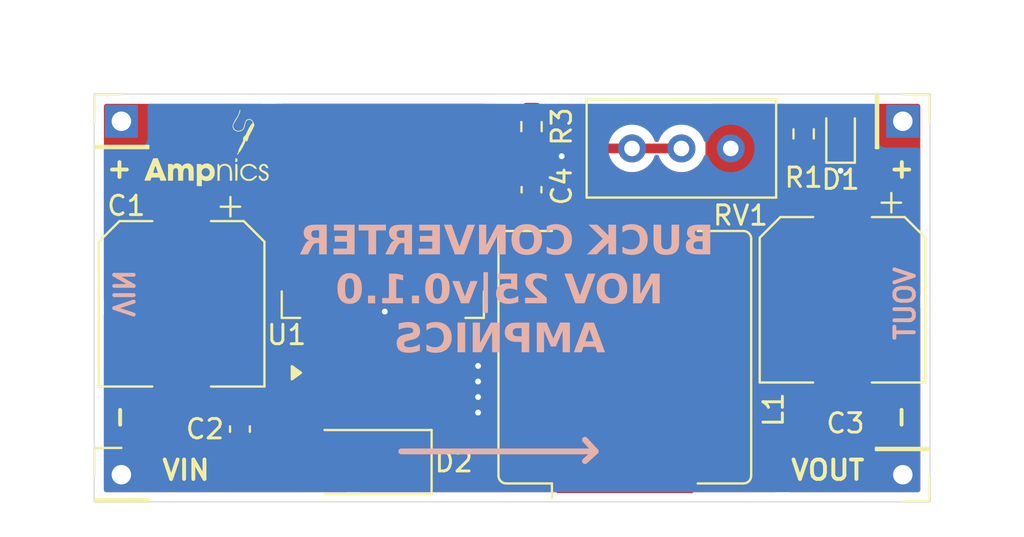
<source format=kicad_pcb>
(kicad_pcb (version 20241229) (generator "pcbnew") (generator_version "9.0")
  (layers (0 "F.Cu" signal) (2 "B.Cu" signal) (13 "F.Paste" user) (15 "B.Paste" user) (5 "F.SilkS" user "F.Silkscreen") (7 "B.SilkS" user "B.Silkscreen") (1 "F.Mask" user) (3 "B.Mask" user) (25 "Edge.Cuts" user))
  (net 0 "")
  (net 1 "Net-(D1-A)")
  (net 2 "Net-(U1-FB)")
  (net 3 "/VIN")
  (net 4 "GND")
  (net 5 "/VOUT")
  (net 6 "/SW")
  (footprint "Diode_SMD:D_SMA" (layer "F.Cu") (at 103.85 88.95 180)
    (property "Reference" "D2" (at -4.65 0 0) (layer "F.SilkS"))
    (property "Value" "SS34")
    (fp_line (start -3.51 1.65) (end 2 1.65) (stroke (width 0.12)) (layer "F.SilkS"))
    (fp_line (start -3.51 -1.65) (end 2 -1.65) (stroke (width 0.12)) (layer "F.SilkS"))
    (fp_line (start -3.51 -1.65) (end -3.51 1.65) (stroke (width 0.12)) (layer "F.SilkS"))
    (pad "1" smd roundrect (at -2 0 180) (size 2.5 1.8) (layers "F.Cu" "F.Mask" "F.Paste") (roundrect_rratio 0.1388888889) (net 6 "/SW"))
    (pad "2" smd roundrect (at 2 0 180) (size 2.5 1.8) (layers "F.Cu" "F.Mask" "F.Paste") (roundrect_rratio 0.1388888889) (net 4 "GND"))
  )
  (footprint "Capacitor_SMD:CP_Elec_8x10" (layer "F.Cu") (at 128.5 80.5925 -90)
    (property "Reference" "C3" (at 6.3575 -0.15 180) (layer "F.SilkS"))
    (property "Value" "220uF")
    (fp_line (start -3.195563 4.26) (end 4.26 4.26) (stroke (width 0.12)) (layer "F.SilkS"))
    (fp_line (start 4.26 4.26) (end 4.26 1.51) (stroke (width 0.12)) (layer "F.SilkS"))
    (fp_line (start -4.26 3.195563) (end -3.195563 4.26) (stroke (width 0.12)) (layer "F.SilkS"))
    (fp_line (start -4.26 3.195563) (end -4.26 1.51) (stroke (width 0.12)) (layer "F.SilkS"))
    (fp_line (start -5.5 -2.51) (end -4.5 -2.51) (stroke (width 0.12)) (layer "F.SilkS"))
    (fp_line (start -5 -3.01) (end -5 -2.01) (stroke (width 0.12)) (layer "F.SilkS"))
    (fp_line (start -4.26 -3.195563) (end -4.26 -1.51) (stroke (width 0.12)) (layer "F.SilkS"))
    (fp_line (start -4.26 -3.195563) (end -3.195563 -4.26) (stroke (width 0.12)) (layer "F.SilkS"))
    (fp_line (start -3.195563 -4.26) (end 4.26 -4.26) (stroke (width 0.12)) (layer "F.SilkS"))
    (fp_line (start 4.26 -4.26) (end 4.26 -1.51) (stroke (width 0.12)) (layer "F.SilkS"))
    (pad "1" smd roundrect (at -3.25 0 270) (size 3.5 2.5) (layers "F.Cu" "F.Mask" "F.Paste") (roundrect_rratio 0.1) (net 5 "/VOUT"))
    (pad "2" smd roundrect (at 3.25 0 270) (size 3.5 2.5) (layers "F.Cu" "F.Mask" "F.Paste") (roundrect_rratio 0.1) (net 4 "GND"))
  )
  (footprint "LED_SMD:LED_0603_1608Metric" (layer "F.Cu") (at 128.4 72.05 90)
    (property "Reference" "D1" (at -2.35 0 0) (layer "F.SilkS"))
    (property "Value" "LED")
    (fp_line (start 0.8 -0.735) (end -1.485 -0.735) (stroke (width 0.12)) (layer "F.SilkS"))
    (fp_line (start -1.485 -0.735) (end -1.485 0.735) (stroke (width 0.12)) (layer "F.SilkS"))
    (fp_line (start -1.485 0.735) (end 0.8 0.735) (stroke (width 0.12)) (layer "F.SilkS"))
    (pad "1" smd roundrect (at -0.7875 0 90) (size 0.875 0.95) (layers "F.Cu" "F.Mask" "F.Paste") (net 4 "GND"))
    (pad "2" smd roundrect (at 0.7875 0 90) (size 0.875 0.95) (layers "F.Cu" "F.Mask" "F.Paste") (net 1 "Net-(D1-A)"))
  )
  (footprint "Package_TO_SOT_SMD:TO-263-5_TabPin3" (layer "F.Cu") (at 104.85 76.7 90)
    (property "Reference" "U1" (at -5.7 -4.95 180) (layer "F.SilkS"))
    (property "Value" "LM2596S-ADJ")
    (fp_line (start -3.46 -5.2) (end -4.825 -5.2) (stroke (width 0.12)) (layer "F.SilkS"))
    (fp_line (start -4.825 -5.2) (end -4.825 -4.25) (stroke (width 0.12)) (layer "F.SilkS"))
    (fp_line (start -3.46 5.2) (end -4.825 5.2) (stroke (width 0.12)) (layer "F.SilkS"))
    (fp_line (start -4.825 5.2) (end -4.825 4.25) (stroke (width 0.12)) (layer "F.SilkS"))
    (fp_poly (pts (xy -7.65 -4.21) (xy -7.99 -4.68) (xy -7.31 -4.68)) (stroke (width 0.12)) (fill yes) (layer "F.SilkS"))
    (pad "1" smd roundrect (at -7.65 -3.4 90) (size 4.6 1.1) (layers "F.Cu" "F.Mask" "F.Paste") (roundrect_rratio 0.227273) (net 3 "/VIN"))
    (pad "2" smd roundrect (at -7.65 -1.7 90) (size 4.6 1.1) (layers "F.Cu" "F.Mask" "F.Paste") (roundrect_rratio 0.227273) (net 6 "/SW"))
    (pad "3" smd roundrect (at -7.65 0 90) (size 4.6 1.1) (layers "F.Cu" "F.Mask" "F.Paste") (roundrect_rratio 0.227273) (net 4 "GND"))
    (pad "3" smd roundrect (at 1.5 0 90) (size 9.4 10.8) (layers "F.Cu" "F.Mask") (roundrect_rratio 0.026596) (net 4 "GND"))
    (pad "4" smd roundrect (at -7.65 1.7 90) (size 4.6 1.1) (layers "F.Cu" "F.Mask" "F.Paste") (roundrect_rratio 0.227273) (net 2 "Net-(U1-FB)"))
    (pad "5" smd roundrect (at -7.65 3.4 90) (size 4.6 1.1) (layers "F.Cu" "F.Mask" "F.Paste") (roundrect_rratio 0.227273) (net 4 "GND"))
  )
  (footprint "Connector_PinHeader_2.54mm:PinHeader_1x01_P2.54mm_Vertical" (layer "F.Cu") (at 131.6 71.4 -90)
    (property "Reference" "J3" (hide yes))
    (property "Value" "Conn_01x01_Pin")
    (fp_line (start -1.38 1.38) (end 1.38 1.38) (stroke (width 0.12)) (layer "F.SilkS"))
    (fp_line (start -1.38 1.27) (end -1.38 1.38) (stroke (width 0.12)) (layer "F.SilkS"))
    (fp_line (start -1.38 1.27) (end 1.38 1.27) (stroke (width 0.12)) (layer "F.SilkS"))
    (fp_line (start 1.38 1.27) (end 1.38 1.38) (stroke (width 0.12)) (layer "F.SilkS"))
    (fp_line (start -1.38 0) (end -1.38 -1.38) (stroke (width 0.12)) (layer "F.SilkS"))
    (fp_line (start -1.38 -1.38) (end 0 -1.38) (stroke (width 0.12)) (layer "F.SilkS"))
    (pad "1" thru_hole rect (at 0 0 270) (size 1.7 1.7) (drill 1) (layers "*.Cu" "*.Mask") (net 5 "/VOUT"))
  )
  (footprint "Connector_PinHeader_2.54mm:PinHeader_1x01_P2.54mm_Vertical" (layer "F.Cu") (at 131.6 89.6 180)
    (property "Reference" "J4" (hide yes))
    (property "Value" "Conn_01x01_Pin")
    (fp_line (start 1.38 1.27) (end 1.38 1.38) (stroke (width 0.12)) (layer "F.SilkS"))
    (fp_line (start -1.38 1.38) (end 1.38 1.38) (stroke (width 0.12)) (layer "F.SilkS"))
    (fp_line (start -1.38 1.27) (end 1.38 1.27) (stroke (width 0.12)) (layer "F.SilkS"))
    (fp_line (start -1.38 1.27) (end -1.38 1.38) (stroke (width 0.12)) (layer "F.SilkS"))
    (fp_line (start -1.38 0) (end -1.38 -1.38) (stroke (width 0.12)) (layer "F.SilkS"))
    (fp_line (start -1.38 -1.38) (end 0 -1.38) (stroke (width 0.12)) (layer "F.SilkS"))
    (pad "1" thru_hole rect (at 0 0 180) (size 1.7 1.7) (drill 1) (layers "*.Cu" "*.Mask") (net 4 "GND"))
  )
  (footprint "Connector_PinHeader_2.54mm:PinHeader_1x01_P2.54mm_Vertical" (layer "F.Cu") (at 91.4 71.4)
    (property "Reference" "J1" (hide yes))
    (property "Value" "Conn_01x01_Pin")
    (fp_line (start -1.38 -1.38) (end 0 -1.38) (stroke (width 0.12)) (layer "F.SilkS"))
    (fp_line (start -1.38 0) (end -1.38 -1.38) (stroke (width 0.12)) (layer "F.SilkS"))
    (fp_line (start -1.38 1.27) (end -1.38 1.38) (stroke (width 0.12)) (layer "F.SilkS"))
    (fp_line (start -1.38 1.27) (end 1.38 1.27) (stroke (width 0.12)) (layer "F.SilkS"))
    (fp_line (start -1.38 1.38) (end 1.38 1.38) (stroke (width 0.12)) (layer "F.SilkS"))
    (fp_line (start 1.38 1.27) (end 1.38 1.38) (stroke (width 0.12)) (layer "F.SilkS"))
    (pad "1" thru_hole rect (at 0 0) (size 1.7 1.7) (drill 1) (layers "*.Cu" "*.Mask") (net 3 "/VIN"))
  )
  (footprint "Logos:ampnics_full_10x10mm.kicad_sym" (layer "F.Cu") (at 95.8 74.1)
    (property "Reference" "G***" (hide yes))
    (property "Value" "LOGO" (hide yes))
    (fp_poly (pts (xy 1.532762 -0.497843) (xy 1.550312 -0.488217) (xy 1.562932 -0.466392) (xy 1.571288 -0.427641) (xy 1.576044 -0.367232) (xy 1.577864 -0.280437) (xy 1.577414 -0.162526) (xy 1.575679 -0.03) (xy 1.57 0.35) (xy 1.515 0.356328) (xy 1.46 0.362656) (xy 1.46 -0.068672) (xy 1.46 -0.5) (xy 1.509618 -0.5)) (fill yes) (layer "F.SilkS"))
    (fp_poly (pts (xy 1.515 -0.796329) (xy 1.548983 -0.788858) (xy 1.565034 -0.769098) (xy 1.569781 -0.725443) (xy 1.57 -0.7) (xy 1.567823 -0.644141) (xy 1.556877 -0.616615) (xy 1.530532 -0.605817) (xy 1.515 -0.603672) (xy 1.482764 -0.60216) (xy 1.466481 -0.61365) (xy 1.460708 -0.647676) (xy 1.46 -0.7) (xy 1.461177 -0.760032) (xy 1.468337 -0.7896) (xy 1.486922 -0.798237)) (fill yes) (layer "F.SilkS"))
    (fp_poly (pts (xy 0.975212 -0.508194) (xy 1.074318 -0.480952) (xy 1.152689 -0.436601) (xy 1.21222 -0.371403) (xy 1.254803 -0.28162) (xy 1.282333 -0.163515) (xy 1.296704 -0.013351) (xy 1.3 0.132729) (xy 1.3 0.36) (xy 1.24 0.36) (xy 1.18 0.36) (xy 1.18 0.074687) (xy 1.178003 -0.063532) (xy 1.170718 -0.168195) (xy 1.1562 -0.245605) (xy 1.132508 -0.302064) (xy 1.097699 -0.343875) (xy 1.049828 -0.377343) (xy 1.038766 -0.383455) (xy 0.959238 -0.414389) (xy 0.883177 -0.414539) (xy 0.809795 -0.391204) (xy 0.757084 -0.363998) (xy 0.718092 -0.328741) (xy 0.690869 -0.279489) (xy 0.673465 -0.210296) (xy 0.663927 -0.115219) (xy 0.660305 0.011689) (xy 0.660074 0.065) (xy 0.66 0.36) (xy 0.6 0.36) (xy 0.54 0.36) (xy 0.54 -0.07) (xy 0.54 -0.5) (xy 0.59 -0.5) (xy 0.63086 -0.487111) (xy 0.644893 -0.446589) (xy 0.642368 -0.415) (xy 0.650376 -0.400092) (xy 0.676604 -0.409935) (xy 0.707222 -0.436931) (xy 0.763475 -0.475762) (xy 0.842487 -0.502283) (xy 0.927811 -0.512122)) (fill yes) (layer "F.SilkS"))
    (fp_poly (pts (xy 2.287669 -0.493976) (xy 2.396026 -0.451895) (xy 2.487856 -0.383229) (xy 2.552413 -0.295) (xy 2.569905 -0.256827) (xy 2.562965 -0.242296) (xy 2.527533 -0.24) (xy 2.469035 -0.258618) (xy 2.40673 -0.309308) (xy 2.31899 -0.374663) (xy 2.221602 -0.406555) (xy 2.12146 -0.407752) (xy 2.02546 -0.38102) (xy 1.940496 -0.329127) (xy 1.873464 -0.254841) (xy 1.831257 -0.160929) (xy 1.82 -0.0738) (xy 1.837134 0.039614) (xy 1.884205 0.133997) (xy 1.954719 0.206827) (xy 2.042178 0.255583) (xy 2.140087 0.277744) (xy 2.24195 0.270789) (xy 2.34127 0.232196) (xy 2.428741 0.162463) (xy 2.474235 0.125484) (xy 2.521554 0.10371) (xy 2.56013 0.099907) (xy 2.579394 0.116843) (xy 2.58 0.122857) (xy 2.564553 0.156542) (xy 2.524393 0.203269) (xy 2.468787 0.25498) (xy 2.407003 0.303614) (xy 2.348309 0.341115) (xy 2.31 0.35763) (xy 2.19395 0.376445) (xy 2.08166 0.371018) (xy 2.03987 0.361313) (xy 1.91214 0.304642) (xy 1.814593 0.222591) (xy 1.748811 0.117247) (xy 1.716375 -0.009302) (xy 1.713074 -0.07) (xy 1.723945 -0.183563) (xy 1.760535 -0.277272) (xy 1.828808 -0.365441) (xy 1.841597 -0.378521) (xy 1.939749 -0.451746) (xy 2.051899 -0.494798) (xy 2.170417 -0.508576)) (fill yes) (layer "F.SilkS"))
    (fp_poly (pts (xy -2.315788 -0.255688) (xy -2.260725 -0.11535) (xy -2.210019 0.014012) (xy -2.165629 0.127394) (xy -2.129511 0.219792) (xy -2.103624 0.2862) (xy -2.089925 0.321613) (xy -2.088648 0.325) (xy -2.086005 0.342456) (xy -2.098803 0.352934) (xy -2.134287 0.35817) (xy -2.199702 0.3599) (xy -2.234695 0.36) (xy -2.393669 0.36) (xy -2.417638 0.28) (xy -2.441606 0.2) (xy -2.647602 0.2) (xy -2.853598 0.2) (xy -2.88 0.28) (xy -2.906403 0.36) (xy -3.063202 0.36) (xy -3.136687 0.359269) (xy -3.191722 0.357332) (xy -3.218743 0.354566) (xy -3.22 0.353779) (xy -3.212846 0.334383) (xy -3.192584 0.282423) (xy -3.161022 0.202454) (xy -3.119963 0.099029) (xy -3.071214 -0.023297) (xy -3.059305 -0.053088) (xy -2.76 -0.053088) (xy -2.74184 -0.046144) (xy -2.694692 -0.041398) (xy -2.641621 -0.04) (xy -2.523241 -0.04) (xy -2.573691 -0.205) (xy -2.598342 -0.283293) (xy -2.62014 -0.348378) (xy -2.635452 -0.389547) (xy -2.638589 -0.396293) (xy -2.650488 -0.391304) (xy -2.669779 -0.352106) (xy -2.694381 -0.283353) (xy -2.706519 -0.244381) (xy -2.729881 -0.165213) (xy -2.748068 -0.101065) (xy -2.758499 -0.061168) (xy -2.76 -0.053088) (xy -3.059305 -0.053088) (xy -3.016579 -0.159972) (xy -2.992047 -0.221221) (xy -2.764093 -0.79) (xy -2.647047 -0.795688) (xy -2.53 -0.801375)) (fill yes) (layer "F.SilkS"))
    (fp_poly (pts (xy 0.114781 -0.511322) (xy 0.216529 -0.461065) (xy 0.303273 -0.382463) (xy 0.368032 -0.277894) (xy 0.37142 -0.27) (xy 0.393192 -0.188868) (xy 0.403066 -0.089101) (xy 0.400619 0.011729) (xy 0.385425 0.096052) (xy 0.380617 0.109911) (xy 0.323432 0.212752) (xy 0.243147 0.298073) (xy 0.179638 0.340184) (xy 0.081011 0.371955) (xy -0.030455 0.379067) (xy -0.137289 0.361427) (xy -0.185772 0.342155) (xy -0.26 0.304311) (xy -0.26 0.472155) (xy -0.26 0.64) (xy -0.39 0.64) (xy -0.52 0.64) (xy -0.52 0.07) (xy -0.52 -0.072363) (xy -0.274256 -0.072363) (xy -0.271181 -0.029262) (xy -0.239273 0.044317) (xy -0.180972 0.099886) (xy -0.106769 0.133015) (xy -0.027154 0.139272) (xy 0.047383 0.114227) (xy 0.055664 0.108785) (xy 0.117582 0.046127) (xy 0.147406 -0.026258) (xy 0.148848 -0.101417) (xy 0.125622 -0.172396) (xy 0.081441 -0.232241) (xy 0.020018 -0.273999) (xy -0.054933 -0.290717) (xy -0.139699 -0.27544) (xy -0.147798 -0.27221) (xy -0.211486 -0.225749) (xy -0.255905 -0.15467) (xy -0.274256 -0.072363) (xy -0.52 -0.072363) (xy -0.52 -0.5) (xy -0.4 -0.5) (xy -0.332913 -0.498509) (xy -0.296662 -0.492039) (xy -0.282131 -0.477598) (xy -0.28 -0.460603) (xy -0.27772 -0.437407) (xy -0.264786 -0.434827) (xy -0.232063 -0.453871) (xy -0.210676 -0.468251) (xy -0.105804 -0.517293) (xy 0.005009 -0.530858)) (fill yes) (layer "F.SilkS"))
    (fp_poly (pts (xy 3.009341 -0.493772) (xy 3.083355 -0.447405) (xy 3.135915 -0.37659) (xy 3.150741 -0.335) (xy 3.156313 -0.295973) (xy 3.139031 -0.281752) (xy 3.106552 -0.28) (xy 3.060436 -0.289122) (xy 3.032709 -0.323982) (xy 3.026462 -0.339098) (xy 2.99031 -0.391033) (xy 2.93958 -0.414093) (xy 2.884867 -0.41049) (xy 2.836765 -0.382435) (xy 2.80587 -0.332138) (xy 2.8 -0.29184) (xy 2.809251 -0.239282) (xy 2.841236 -0.198778) (xy 2.902303 -0.164552) (xy 2.965339 -0.14137) (xy 3.027951 -0.111344) (xy 3.092776 -0.066355) (xy 3.110339 -0.050976) (xy 3.154687 -0.003109) (xy 3.174977 0.042021) (xy 3.179992 0.104507) (xy 3.18 0.108354) (xy 3.166155 0.214983) (xy 3.124045 0.294098) (xy 3.052858 0.347303) (xy 2.950466 0.376767) (xy 2.851031 0.368983) (xy 2.78597 0.340809) (xy 2.723261 0.285836) (xy 2.678062 0.214414) (xy 2.660021 0.141946) (xy 2.66 0.139664) (xy 2.667958 0.109076) (xy 2.699251 0.102428) (xy 2.712508 0.103671) (xy 2.754127 0.119506) (xy 2.781098 0.161534) (xy 2.787508 0.17957) (xy 2.824428 0.239925) (xy 2.880368 0.272653) (xy 2.944821 0.277116) (xy 3.007281 0.252672) (xy 3.057241 0.198682) (xy 3.05872 0.196097) (xy 3.079939 0.138903) (xy 3.072522 0.08787) (xy 3.033653 0.038895) (xy 2.960519 -0.012125) (xy 2.889942 -0.05) (xy 2.793885 -0.102761) (xy 2.731124 -0.150924) (xy 2.696524 -0.200996) (xy 2.684953 -0.259482) (xy 2.687521 -0.306553) (xy 2.71424 -0.393521) (xy 2.772751 -0.458426) (xy 2.836053 -0.493469) (xy 2.923648 -0.510768)) (fill yes) (layer "F.SilkS"))
    (fp_poly (pts (xy -1.441802 -0.518567) (xy -1.354942 -0.47095) (xy -1.33023 -0.448896) (xy -1.265042 -0.383709) (xy -1.227521 -0.432898) (xy -1.170521 -0.480508) (xy -1.089685 -0.515195) (xy -1.000403 -0.531877) (xy -0.935691 -0.529272) (xy -0.84523 -0.495732) (xy -0.765423 -0.433213) (xy -0.70991 -0.352625) (xy -0.707281 -0.346577) (xy -0.695147 -0.299951) (xy -0.686733 -0.224988) (xy -0.681777 -0.117947) (xy -0.680012 0.024917) (xy -0.68 0.039357) (xy -0.68 0.36) (xy -0.81 0.36) (xy -0.94 0.36) (xy -0.94 0.088685) (xy -0.941552 -0.018959) (xy -0.945838 -0.111774) (xy -0.952302 -0.181656) (xy -0.960391 -0.220501) (xy -0.961308 -0.222443) (xy -1.006329 -0.267989) (xy -1.070575 -0.284505) (xy -1.124454 -0.275451) (xy -1.159941 -0.254557) (xy -1.185957 -0.216817) (xy -1.203711 -0.157159) (xy -1.214413 -0.070508) (xy -1.219271 0.048208) (xy -1.219889 0.125) (xy -1.22 0.36) (xy -1.35 0.36) (xy -1.48 0.36) (xy -1.48 0.071428) (xy -1.480754 -0.046807) (xy -1.483429 -0.131375) (xy -1.488645 -0.188585) (xy -1.497022 -0.224749) (xy -1.509179 -0.246176) (xy -1.511429 -0.248572) (xy -1.569355 -0.281369) (xy -1.634759 -0.280903) (xy -1.694197 -0.248001) (xy -1.705 -0.236652) (xy -1.71933 -0.214307) (xy -1.729221 -0.182056) (xy -1.735442 -0.132902) (xy -1.738761 -0.059849) (xy -1.739946 0.044099) (xy -1.74 0.082215) (xy -1.74 0.36) (xy -1.87 0.36) (xy -2 0.36) (xy -2 -0.07) (xy -2 -0.5) (xy -1.88 -0.5) (xy -1.812873 -0.498489) (xy -1.776599 -0.491983) (xy -1.762084 -0.477523) (xy -1.76 -0.460955) (xy -1.757552 -0.43713) (xy -1.744413 -0.438527) (xy -1.711889 -0.466502) (xy -1.70935 -0.468852) (xy -1.628988 -0.518043) (xy -1.536478 -0.53444)) (fill yes) (layer "F.SilkS"))
    (fp_poly (pts (xy 1.719931 -3.267034) (xy 1.72 -3.261782) (xy 1.708364 -3.186063) (xy 1.676029 -3.087926) (xy 1.626853 -2.976529) (xy 1.564694 -2.86103) (xy 1.522682 -2.793434) (xy 1.456171 -2.689704) (xy 1.410095 -2.610415) (xy 1.381021 -2.547908) (xy 1.365519 -2.494522) (xy 1.360159 -2.442598) (xy 1.36 -2.430233) (xy 1.3784 -2.353896) (xy 1.427524 -2.287466) (xy 1.498256 -2.237268) (xy 1.581481 -2.209623) (xy 1.668083 -2.210856) (xy 1.67425 -2.212238) (xy 1.766681 -2.243823) (xy 1.833168 -2.291798) (xy 1.880016 -2.363375) (xy 1.913529 -2.465763) (xy 1.9197 -2.492959) (xy 1.952075 -2.618016) (xy 1.988769 -2.70752) (xy 2.031856 -2.765855) (xy 2.058095 -2.785694) (xy 2.145319 -2.817485) (xy 2.229733 -2.811869) (xy 2.30616 -2.77137) (xy 2.369424 -2.698511) (xy 2.408325 -2.61498) (xy 2.446651 -2.501531) (xy 2.391462 -2.371678) (xy 2.35537 -2.293389) (xy 2.307179 -2.197676) (xy 2.255458 -2.101361) (xy 2.238137 -2.070672) (xy 2.195719 -1.991678) (xy 2.162526 -1.920315) (xy 2.14313 -1.866924) (xy 2.14 -1.848767) (xy 2.131035 -1.800556) (xy 2.109371 -1.738558) (xy 2.082854 -1.683307) (xy 2.069169 -1.66338) (xy 2.049577 -1.666549) (xy 2.019299 -1.680375) (xy 1.990781 -1.691642) (xy 1.986768 -1.685229) (xy 1.982786 -1.660504) (xy 1.962622 -1.608939) (xy 1.930234 -1.538101) (xy 1.889577 -1.455558) (xy 1.84461 -1.368875) (xy 1.79929 -1.285619) (xy 1.757574 -1.213357) (xy 1.723419 -1.159655) (xy 1.700783 -1.13208) (xy 1.696387 -1.13) (xy 1.672089 -1.113387) (xy 1.644238 -1.072047) (xy 1.637082 -1.057468) (xy 1.607011 -1.001607) (xy 1.581251 -0.971916) (xy 1.5643 -0.972111) (xy 1.560074 -0.99382) (xy 1.570185 -1.034552) (xy 1.594843 -1.086694) (xy 1.598987 -1.093696) (xy 1.622103 -1.142311) (xy 1.616302 -1.164517) (xy 1.615217 -1.164928) (xy 1.615569 -1.184661) (xy 1.633828 -1.234807) (xy 1.668119 -1.311012) (xy 1.716568 -1.408922) (xy 1.738251 -1.450818) (xy 1.794555 -1.560051) (xy 1.833293 -1.639866) (xy 1.856589 -1.695662) (xy 1.860435 -1.71) (xy 1.94 -1.71) (xy 1.95 -1.7) (xy 1.96 -1.71) (xy 1.95 -1.72) (xy 1.94 -1.71) (xy 1.860435 -1.71) (xy 1.866562 -1.732843) (xy 1.865334 -1.756808) (xy 1.861589 -1.764887) (xy 1.854033 -1.811029) (xy 1.873307 -1.867687) (xy 1.913581 -1.92228) (xy 1.947377 -1.950122) (xy 1.979928 -1.985823) (xy 2.016801 -2.04848) (xy 2.046869 -2.115571) (xy 2.0855 -2.204593) (xy 2.133031 -2.300111) (xy 2.184629 -2.393835) (xy 2.23546 -2.477473) (xy 2.280688 -2.542734) (xy 2.31548 -2.581327) (xy 2.320613 -2.585025) (xy 2.353181 -2.614853) (xy 2.354412 -2.650171) (xy 2.324194 -2.700035) (xy 2.319133 -2.70656) (xy 2.257953 -2.755279) (xy 2.1832 -2.773515) (xy 2.106967 -2.761468) (xy 2.041345 -2.719337) (xy 2.026186 -2.701734) (xy 2.010467 -2.667469) (xy 1.990962 -2.606328) (xy 1.971558 -2.530688) (xy 1.969149 -2.52) (xy 1.947897 -2.437906) (xy 1.923343 -2.363488) (xy 1.90059 -2.312099) (xy 1.899344 -2.31) (xy 1.831855 -2.234667) (xy 1.743845 -2.18673) (xy 1.644579 -2.166888) (xy 1.543321 -2.175841) (xy 1.449337 -2.214287) (xy 1.381826 -2.270975) (xy 1.336935 -2.342858) (xy 1.321065 -2.425657) (xy 1.334838 -2.522353) (xy 1.378874 -2.635928) (xy 1.453795 -2.769362) (xy 1.500537 -2.840793) (xy 1.585007 -2.978348) (xy 1.640313 -3.101093) (xy 1.669768 -3.215) (xy 1.683011 -3.267239) (xy 1.699215 -3.296518) (xy 1.713236 -3.298047)) (fill yes) (layer "F.SilkS"))
  )
  (footprint "Potentiometer_THT:Potentiometer_Bourns_3296W_Vertical" (layer "F.Cu") (at 122.75 72.8)
    (property "Reference" "RV1" (at 0.5 3.45 0) (layer "F.SilkS"))
    (property "Value" "10K")
    (fp_line (start -7.415 -2.52) (end -7.415 2.53) (stroke (width 0.12)) (layer "F.SilkS"))
    (fp_line (start -7.415 -2.52) (end 2.335 -2.52) (stroke (width 0.12)) (layer "F.SilkS"))
    (fp_line (start -7.415 2.53) (end 2.335 2.53) (stroke (width 0.12)) (layer "F.SilkS"))
    (fp_line (start 2.335 -2.52) (end 2.335 2.53) (stroke (width 0.12)) (layer "F.SilkS"))
    (pad "1" thru_hole circle (at 0 0) (size 1.44 1.44) (drill 0.8) (layers "*.Cu" "*.Mask") (net 5 "/VOUT"))
    (pad "2" thru_hole circle (at -2.54 0) (size 1.44 1.44) (drill 0.8) (layers "*.Cu" "*.Mask") (net 2 "Net-(U1-FB)"))
    (pad "3" thru_hole circle (at -5.08 0) (size 1.44 1.44) (drill 0.8) (layers "*.Cu" "*.Mask") (net 2 "Net-(U1-FB)"))
  )
  (footprint "Capacitor_SMD:C_0603_1608Metric" (layer "F.Cu") (at 97.5 87.25 -90)
    (property "Reference" "C2" (at 0 1.8 180) (layer "F.SilkS"))
    (property "Value" "100nF")
    (fp_line (start -0.14058 0.51) (end 0.14058 0.51) (stroke (width 0.12)) (layer "F.SilkS"))
    (fp_line (start -0.14058 -0.51) (end 0.14058 -0.51) (stroke (width 0.12)) (layer "F.SilkS"))
    (pad "1" smd roundrect (at -0.775 0 270) (size 0.9 0.95) (layers "F.Cu" "F.Mask" "F.Paste") (net 3 "/VIN"))
    (pad "2" smd roundrect (at 0.775 0 270) (size 0.9 0.95) (layers "F.Cu" "F.Mask" "F.Paste") (net 4 "GND"))
  )
  (footprint "Capacitor_SMD:CP_Elec_8x10" (layer "F.Cu") (at 94.5 80.8 -90)
    (property "Reference" "C1" (at -5.05 2.85 180) (layer "F.SilkS"))
    (property "Value" "100uF")
    (fp_line (start -3.195563 4.26) (end 4.26 4.26) (stroke (width 0.12)) (layer "F.SilkS"))
    (fp_line (start 4.26 4.26) (end 4.26 1.51) (stroke (width 0.12)) (layer "F.SilkS"))
    (fp_line (start -4.26 3.195563) (end -3.195563 4.26) (stroke (width 0.12)) (layer "F.SilkS"))
    (fp_line (start -4.26 3.195563) (end -4.26 1.51) (stroke (width 0.12)) (layer "F.SilkS"))
    (fp_line (start -5.5 -2.51) (end -4.5 -2.51) (stroke (width 0.12)) (layer "F.SilkS"))
    (fp_line (start -5 -3.01) (end -5 -2.01) (stroke (width 0.12)) (layer "F.SilkS"))
    (fp_line (start -4.26 -3.195563) (end -4.26 -1.51) (stroke (width 0.12)) (layer "F.SilkS"))
    (fp_line (start -4.26 -3.195563) (end -3.195563 -4.26) (stroke (width 0.12)) (layer "F.SilkS"))
    (fp_line (start -3.195563 -4.26) (end 4.26 -4.26) (stroke (width 0.12)) (layer "F.SilkS"))
    (fp_line (start 4.26 -4.26) (end 4.26 -1.51) (stroke (width 0.12)) (layer "F.SilkS"))
    (pad "1" smd roundrect (at -3.25 0 270) (size 3.5 2.5) (layers "F.Cu" "F.Mask" "F.Paste") (roundrect_rratio 0.1) (net 3 "/VIN"))
    (pad "2" smd roundrect (at 3.25 0 270) (size 3.5 2.5) (layers "F.Cu" "F.Mask" "F.Paste") (roundrect_rratio 0.1) (net 4 "GND"))
  )
  (footprint "Resistor_SMD:R_0603_1608Metric" (layer "F.Cu") (at 126.5 72.05 90)
    (property "Reference" "R1" (at -2.25 0 180) (layer "F.SilkS"))
    (property "Value" "4K7")
    (fp_line (start -0.237258 -0.5225) (end 0.237258 -0.5225) (stroke (width 0.12)) (layer "F.SilkS"))
    (fp_line (start -0.237258 0.5225) (end 0.237258 0.5225) (stroke (width 0.12)) (layer "F.SilkS"))
    (pad "1" smd roundrect (at -0.825 0 90) (size 0.8 0.95) (layers "F.Cu" "F.Mask" "F.Paste") (net 5 "/VOUT"))
    (pad "2" smd roundrect (at 0.825 0 90) (size 0.8 0.95) (layers "F.Cu" "F.Mask" "F.Paste") (net 1 "Net-(D1-A)"))
  )
  (footprint "Capacitor_SMD:C_0603_1608Metric" (layer "F.Cu") (at 112.5 74.925 90)
    (property "Reference" "C4" (at 0.175 1.55 90) (layer "F.SilkS"))
    (property "Value" "100nF")
    (fp_line (start -0.14058 -0.51) (end 0.14058 -0.51) (stroke (width 0.12)) (layer "F.SilkS"))
    (fp_line (start -0.14058 0.51) (end 0.14058 0.51) (stroke (width 0.12)) (layer "F.SilkS"))
    (pad "1" smd roundrect (at -0.775 0 90) (size 0.9 0.95) (layers "F.Cu" "F.Mask" "F.Paste") (net 5 "/VOUT"))
    (pad "2" smd roundrect (at 0.775 0 90) (size 0.9 0.95) (layers "F.Cu" "F.Mask" "F.Paste") (net 4 "GND"))
  )
  (footprint "Connector_PinHeader_2.54mm:PinHeader_1x01_P2.54mm_Vertical" (layer "F.Cu") (at 91.4 89.6)
    (property "Reference" "J2" (hide yes))
    (property "Value" "Conn_01x01_Pin")
    (fp_line (start -1.38 -1.38) (end 0 -1.38) (stroke (width 0.12)) (layer "F.SilkS"))
    (fp_line (start -1.38 0) (end -1.38 -1.38) (stroke (width 0.12)) (layer "F.SilkS"))
    (fp_line (start -1.38 1.27) (end -1.38 1.38) (stroke (width 0.12)) (layer "F.SilkS"))
    (fp_line (start -1.38 1.27) (end 1.38 1.27) (stroke (width 0.12)) (layer "F.SilkS"))
    (fp_line (start -1.38 1.38) (end 1.38 1.38) (stroke (width 0.12)) (layer "F.SilkS"))
    (fp_line (start 1.38 1.27) (end 1.38 1.38) (stroke (width 0.12)) (layer "F.SilkS"))
    (pad "1" thru_hole rect (at 0 0) (size 1.7 1.7) (drill 1) (layers "*.Cu" "*.Mask") (net 4 "GND"))
  )
  (footprint "Resistor_SMD:R_0603_1608Metric" (layer "F.Cu") (at 112.5 71.675 -90)
    (property "Reference" "R3" (at 0 -1.55 90) (layer "F.SilkS"))
    (property "Value" "1K")
    (fp_line (start -0.237258 0.5225) (end 0.237258 0.5225) (stroke (width 0.12)) (layer "F.SilkS"))
    (fp_line (start -0.237258 -0.5225) (end 0.237258 -0.5225) (stroke (width 0.12)) (layer "F.SilkS"))
    (pad "1" smd roundrect (at -0.825 0 270) (size 0.8 0.95) (layers "F.Cu" "F.Mask" "F.Paste") (net 2 "Net-(U1-FB)"))
    (pad "2" smd roundrect (at 0.825 0 270) (size 0.8 0.95) (layers "F.Cu" "F.Mask" "F.Paste") (net 4 "GND"))
  )
  (footprint "Inductor_SMD:L_Bourns_SRR1208_12.7x12.7mm" (layer "F.Cu") (at 117.3 83.55 90)
    (property "Reference" "L1" (at -2.7 7.65 90) (layer "F.SilkS"))
    (property "Value" "47uH")
    (fp_line (start -6.1 -6.5) (end 6.1 -6.5) (stroke (width 0.12)) (layer "F.SilkS"))
    (fp_line (start 6.5 -6.1) (end 6.5 -3.75) (stroke (width 0.12)) (layer "F.SilkS"))
    (fp_line (start -6.5 -6.1) (end -6.5 -3.75) (stroke (width 0.12)) (layer "F.SilkS"))
    (fp_line (start -6.5 -3.75) (end -7.25 -3.75) (stroke (width 0.12)) (layer "F.SilkS"))
    (fp_line (start 6.5 3.75) (end 6.5 6.1) (stroke (width 0.12)) (layer "F.SilkS"))
    (fp_line (start -6.5 3.75) (end -6.5 6.1) (stroke (width 0.12)) (layer "F.SilkS"))
    (fp_line (start 6.1 6.5) (end -6.1 6.5) (stroke (width 0.12)) (layer "F.SilkS"))
    (fp_arc (start 6.1 -6.5) (mid 6.382843 -6.382843) (end 6.5 -6.1) (stroke (width 0.12)) (layer "F.SilkS"))
    (fp_arc (start -6.5 -6.1) (mid -6.382843 -6.382843) (end -6.1 -6.5) (stroke (width 0.12)) (layer "F.SilkS"))
    (fp_arc (start 6.5 6.1) (mid 6.382843 6.382843) (end 6.1 6.5) (stroke (width 0.12)) (layer "F.SilkS"))
    (fp_arc (start -6.1 6.5) (mid -6.382843 6.382843) (end -6.5 6.1) (stroke (width 0.12)) (layer "F.SilkS"))
    (pad "1" smd rect (at -5 0 90) (size 4 7) (layers "F.Cu" "F.Mask" "F.Paste") (net 6 "/SW"))
    (pad "2" smd rect (at 5 0 90) (size 4 7) (layers "F.Cu" "F.Mask" "F.Paste") (net 5 "/VOUT"))
  )
  (gr_line (start 115.25 87.8) (end 115.8 88.4) (stroke (width 0.3)) (layer "B.SilkS"))
  (gr_line (start 105.8 88.4) (end 115.8 88.4) (stroke (width 0.3)) (layer "B.SilkS"))
  (gr_line (start 115.8 88.4) (end 115.25 87.8) (stroke (width 0.1)) (layer "B.SilkS"))
  (gr_line (start 115.8 88.4) (end 115.25 88.9) (stroke (width 0.3)) (layer "B.SilkS"))
  (gr_rect (start 90 70) (end 133 91) (stroke (width 0.05)) (fill no) (layer "Edge.Cuts"))
  (gr_text "-" (at 132.05 87.39058 90) (layer "F.SilkS") (effects (font (size 1 1) (thickness 0.2) (bold yes)) (justify left bottom)))
  (gr_text "VOUT" (at 125.75 89.95 0) (layer "F.SilkS") (effects (font (size 1 1) (thickness 0.2) (bold yes)) (justify left bottom)))
  (gr_text "+" (at 130.8 74.4 0) (layer "F.SilkS") (effects (font (size 1 1) (thickness 0.2) (bold yes)) (justify left bottom)))
  (gr_text "VIN" (at 93.4 89.95 0) (layer "F.SilkS") (effects (font (size 1 1) (thickness 0.2) (bold yes)) (justify left bottom)))
  (gr_text "-" (at 91.85 87.39058 90) (layer "F.SilkS") (effects (font (size 1 1) (thickness 0.2) (bold yes)) (justify left bottom)))
  (gr_text "+" (at 90.55 74.4 0) (layer "F.SilkS") (effects (font (size 1 1) (thickness 0.2) (bold yes)) (justify left bottom)))
  (gr_text "VIN" (at 90.9 81.580952 270) (layer "B.SilkS") (effects (font (size 1 1) (thickness 0.2) (bold yes)) (justify left bottom mirror)))
  (gr_text "VOUT" (at 132.3 78.8 90) (layer "B.SilkS") (effects (font (size 1 1) (thickness 0.2) (bold yes)) (justify left bottom mirror)))
  (gr_text "BUCK CONVERTER \nNOV 25|v0.1.0\nAMPNICS" (at 110.85 83.55 -0) (layer "B.SilkS") (effects (font (size 1.5 1.5) (thickness 0.3) (bold yes)) (justify bottom mirror)))
  (segment (start 126.5 71.225) (end 128.3625 71.225) (width 0.5) (layer "F.Cu") (net 1))
  (segment (start 128.3625 71.225) (end 128.4 71.2625) (width 0.5) (layer "F.Cu") (net 1))
  (segment (start 107.4 80.95) (end 106.55 81.8) (width 0.5) (layer "F.Cu") (net 2))
  (segment (start 115.55 72.3) (end 116.05 72.8) (width 0.5) (layer "F.Cu") (net 2))
  (segment (start 110.5 80.95) (end 107.4 80.95) (width 0.5) (layer "F.Cu") (net 2))
  (segment (start 106.55 81.8) (end 106.55 84.35) (width 0.5) (layer "F.Cu") (net 2))
  (segment (start 116.05 72.8) (end 117.67 72.8) (width 0.5) (layer "F.Cu") (net 2))
  (segment (start 111.15 71.35) (end 111.15 80.3) (width 0.5) (layer "F.Cu") (net 2))
  (segment (start 112.5 70.85) (end 115 70.85) (width 0.5) (layer "F.Cu") (net 2))
  (segment (start 112.5 70.85) (end 111.65 70.85) (width 0.5) (layer "F.Cu") (net 2))
  (segment (start 115 70.85) (end 115.55 71.4) (width 0.5) (layer "F.Cu") (net 2))
  (segment (start 120.21 72.8) (end 117.67 72.8) (width 0.5) (layer "F.Cu") (net 2))
  (segment (start 111.65 70.85) (end 111.15 71.35) (width 0.5) (layer "F.Cu") (net 2))
  (segment (start 111.15 80.3) (end 110.5 80.95) (width 0.5) (layer "F.Cu") (net 2))
  (segment (start 115.55 71.4) (end 115.55 72.3) (width 0.5) (layer "F.Cu") (net 2))
  (segment (start 128.4 72.8375) (end 128.4 73.95) (width 0.5) (layer "F.Cu") (net 4))
  (via (at 109.75 84) (size 0.45) (drill 0.3) (layers "F.Cu" "B.Cu") (net 4))
  (via (at 109.75 86.4) (size 0.45) (drill 0.3) (layers "F.Cu" "B.Cu") (net 4))
  (via (at 109.75 84.8) (size 0.45) (drill 0.3) (layers "F.Cu" "B.Cu") (net 4))
  (via (at 114.05 73.2) (size 0.45) (drill 0.3) (layers "F.Cu" "B.Cu") (net 4))
  (via (at 109.75 85.6) (size 0.45) (drill 0.3) (layers "F.Cu" "B.Cu") (net 4))
  (via (at 128.4 73.95) (size 0.45) (drill 0.3) (layers "F.Cu" "B.Cu") (net 4))
  (via (at 104.95 81.2) (size 0.45) (drill 0.3) (layers "F.Cu" "B.Cu") (net 4))
  (segment (start 105.5 88.95) (end 105.85 88.95) (width 0.5) (layer "F.Cu") (net 6))
  (segment (start 103.15 84.35) (end 103.15 86.6) (width 0.5) (layer "F.Cu") (net 6))
  (segment (start 103.15 86.6) (end 105.5 88.95) (width 0.5) (layer "F.Cu") (net 6))
  (zone (net 4) (net_name "GND") (layer "F.Cu") (priority 4) (connect_pads yes (clearance 0.5)) (min_thickness 0.25) (fill yes (thermal_gap 0.5) (thermal_bridge_width 0.5))
    (polygon (pts (xy 133.3 80.95) (xy 126.35 80.95) (xy 126.35 83.75) (xy 125.6 83.75) (xy 125.65 91.3) (xy 133.45 91.3)))
  )
  (zone (net 4) (net_name "GND") (layer "F.Cu") (priority 5) (connect_pads yes (clearance 0.5)) (min_thickness 0.25) (fill yes (thermal_gap 0.5) (thermal_bridge_width 0.5))
    (polygon (pts (xy 99.2 69.05) (xy 99.25 81.35) (xy 104.15 81.3) (xy 104.15 86.95) (xy 110.5 86.9) (xy 110.5 83.35) (xy 111.55 83.35) (xy 111.55 74.75) (xy 121.2 74.75) (xy 121.2 69.8) (xy 99.2 69.8)))
  )
  (zone (net 5) (net_name "/VOUT") (layer "F.Cu") (priority 3) (connect_pads yes (clearance 0.5)) (min_thickness 0.25) (fill yes (thermal_gap 0.5) (thermal_bridge_width 0.5))
    (polygon (pts (xy 111.75 74.925) (xy 111.8 83.3) (xy 126.1 83.3) (xy 126.1 80.5925) (xy 132.85 80.5925) (xy 132.85 69.95) (xy 130.2 70) (xy 130.2 75.05) (xy 127.3 75.05) (xy 127.3 72.05) (xy 125.6 72.05) (xy 125.6 69.8) (xy 121.45 69.8) (xy 121.45 74.925)))
  )
  (zone (net 3) (net_name "/VIN") (layer "F.Cu") (connect_pads yes (clearance 0.5)) (min_thickness 0.25) (fill yes (thermal_gap 0.5) (thermal_bridge_width 0.5))
    (polygon (pts (xy 98.8 69.5) (xy 98.9 81.55) (xy 102.15 81.55) (xy 102.2 86.95) (xy 102.2 87.25) (xy 96.7 87.25) (xy 96.7 80.8) (xy 89.2 80.8) (xy 89.15 69.5)))
  )
  (zone (net 6) (net_name "/SW") (layer "F.Cu") (priority 2) (connect_pads yes (clearance 0.5)) (min_thickness 0.25) (fill yes (thermal_gap 0.5) (thermal_bridge_width 0.5))
    (polygon (pts (xy 103.6 87.25) (xy 103.6 91.15) (xy 125.35 91.2) (xy 125.35 83.55) (xy 110.85 83.55) (xy 110.8 87.25)))
  )
  (zone (net 4) (net_name "GND") (layer "F.Cu") (priority 1) (connect_pads yes (clearance 0.5)) (min_thickness 0.25) (fill yes (thermal_gap 0.5) (thermal_bridge_width 0.5))
    (polygon (pts (xy 89.2 81.25) (xy 96.45 81.2) (xy 96.45 87.2) (xy 103.3 87.2) (xy 103.3 91.05) (xy 89.8 91.05) (xy 89.2 80.8)))
  )
  (zone (net 4) (net_name "GND") (layer "B.Cu") (priority 6) (connect_pads yes (clearance 0.5)) (min_thickness 0.25) (fill yes (thermal_gap 0.5) (thermal_bridge_width 0.5))
    (polygon (pts (xy 89.15 69.05) (xy 133.55 69.05) (xy 133.7 91.3) (xy 89.65 91.4) (xy 89.2 69.15)))
  )
)
</source>
